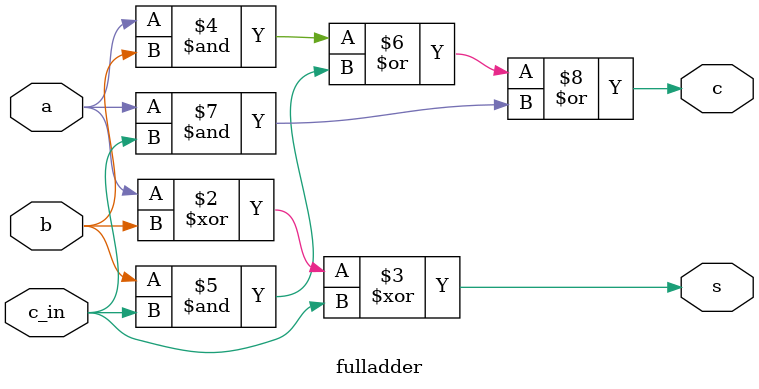
<source format=v>
module fulladder(input a, input b, input c_in,output reg s,output reg c);
  always @(*)
    begin
      s=a^b^c_in;
      c=(a&b)|(b&c_in)|(a&c_in);
    end
endmodule

</source>
